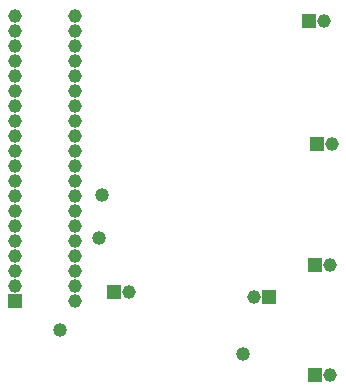
<source format=gbs>
G04*
G04 #@! TF.GenerationSoftware,Altium Limited,Altium Designer,23.3.1 (30)*
G04*
G04 Layer_Color=16711935*
%FSLAX24Y24*%
%MOIN*%
G70*
G04*
G04 #@! TF.SameCoordinates,FE471356-1482-470A-B847-6992AEFC5CE1*
G04*
G04*
G04 #@! TF.FilePolarity,Negative*
G04*
G01*
G75*
%ADD30C,0.0469*%
%ADD31R,0.0453X0.0453*%
%ADD32C,0.0453*%
%ADD33R,0.0453X0.0453*%
D30*
X3900Y8200D02*
D03*
X3800Y6750D02*
D03*
X2500Y3700D02*
D03*
X8600Y2900D02*
D03*
D31*
X11000Y2200D02*
D03*
X11050Y9900D02*
D03*
X11000Y5850D02*
D03*
X10800Y14000D02*
D03*
X9450Y4800D02*
D03*
X4300Y4950D02*
D03*
D32*
X11500Y2200D02*
D03*
X11550Y9900D02*
D03*
X11500Y5850D02*
D03*
X11300Y14000D02*
D03*
X8950Y4800D02*
D03*
X4800Y4950D02*
D03*
X3000Y4650D02*
D03*
X1000Y5150D02*
D03*
X3000D02*
D03*
X1000Y5650D02*
D03*
X3000D02*
D03*
X1000Y6150D02*
D03*
X3000D02*
D03*
X1000Y6650D02*
D03*
X3000D02*
D03*
X1000Y7150D02*
D03*
X3000D02*
D03*
X1000Y7650D02*
D03*
X3000D02*
D03*
X1000Y8150D02*
D03*
X3000D02*
D03*
X1000Y8650D02*
D03*
X3000D02*
D03*
X1000Y9150D02*
D03*
X3000D02*
D03*
X1000Y9650D02*
D03*
X3000D02*
D03*
X1000Y10150D02*
D03*
X3000D02*
D03*
X1000Y10650D02*
D03*
X3000D02*
D03*
X1000Y11150D02*
D03*
X3000D02*
D03*
X1000Y11650D02*
D03*
X3000D02*
D03*
X1000Y12150D02*
D03*
X3000D02*
D03*
X1000Y12650D02*
D03*
X3000D02*
D03*
X1000Y13150D02*
D03*
X3000D02*
D03*
X1000Y13650D02*
D03*
X3000D02*
D03*
X1000Y14150D02*
D03*
X3000D02*
D03*
D33*
X1000Y4650D02*
D03*
M02*

</source>
